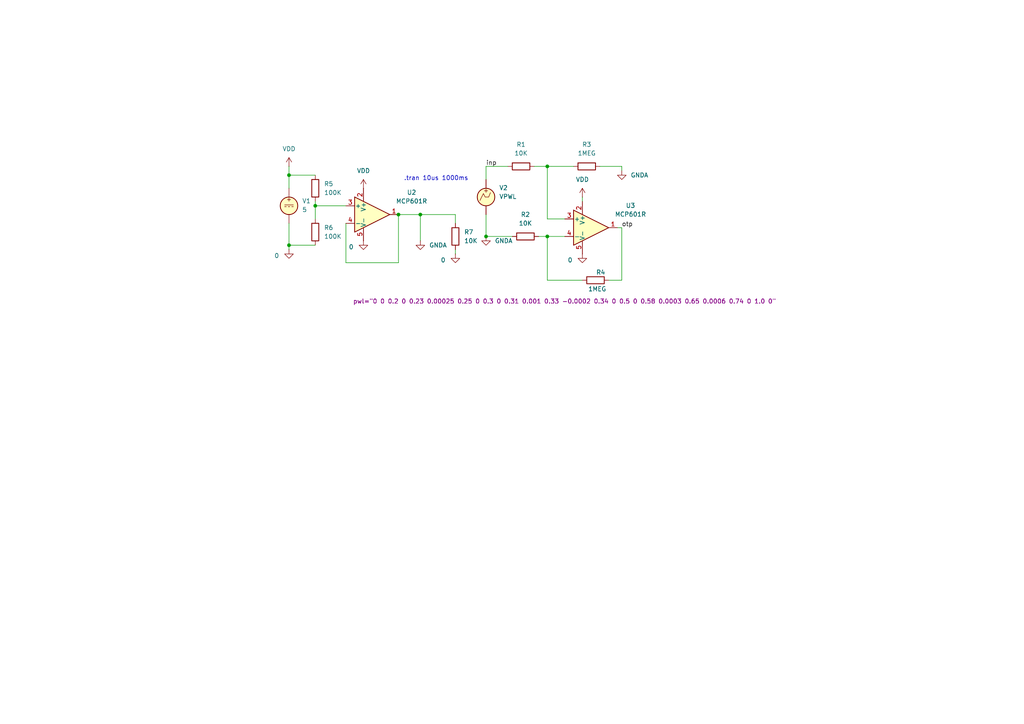
<source format=kicad_sch>
(kicad_sch (version 20250114) (generator "eeschema") (generator_version "9.0")
  (paper "A4")
  (lib_symbols
    (symbol "Amplifier_Operational:MCP601R" (pin_names (offset 0.127))
      (property "Reference" "U" (at 0 5.08 0))
      (property "Value" "MCP601R" (at 0 -5.08 0))
      (symbol "MCP601R_0_1"
        (polyline (pts (xy -5.08 5.08) (xy 5.08 0) (xy -5.08 -5.08) (xy -5.08 5.08)) (stroke (width 0.254)) (fill (type background)))
      )
      (symbol "MCP601R_1_1"
        (pin input line (at -7.62 2.54 0) (length 2.54) (name "+") (number "3"))
        (pin input line (at -7.62 -2.54 0) (length 2.54) (name "-") (number "4"))
        (pin power_in line (at -2.54 7.62 270) (length 3.81) (name "V+") (number "2"))
        (pin power_in line (at -2.54 -7.62 90) (length 3.81) (name "V-") (number "5"))
        (pin output line (at 7.62 0 180) (length 2.54) (name "~") (number "1"))
      )
    )
    (symbol "Device:R" (pin_numbers (hide yes)) (pin_names (offset 0))
      (property "Reference" "R" (at 2.032 0 90))
      (property "Value" "R" (at 0 0 90))
      (symbol "R_0_1"
        (rectangle (start -1.016 -2.54) (end 1.016 2.54) (stroke (width 0.254)))
      )
      (symbol "R_1_1"
        (pin passive line (at 0 3.81 270) (length 1.27) (name "~") (number "1"))
        (pin passive line (at 0 -3.81 90) (length 1.27) (name "~") (number "2"))
      )
    )
    (symbol "Simulation_SPICE:VDC" (pin_numbers (hide yes)) (pin_names (offset 0.0254))
      (property "Reference" "V" (at 2.54 2.54 0))
      (property "Value" "1" (at 2.54 0 0))
      (symbol "VDC_0_0"
        (polyline (pts (xy -1.27 0.254) (xy 1.27 0.254)))
        (polyline (pts (xy -0.762 -0.254) (xy -1.27 -0.254)))
        (polyline (pts (xy 0.254 -0.254) (xy -0.254 -0.254)))
        (polyline (pts (xy 1.27 -0.254) (xy 0.762 -0.254)))
        (text "+" (at 0 1.905 0) (effects (font (size 1.27 1.27))))
      )
      (symbol "VDC_0_1"
        (circle (center 0 0) (radius 2.54) (stroke (width 0.254)) (fill (type background)))
      )
      (symbol "VDC_1_1"
        (pin passive line (at 0 5.08 270) (length 2.54) (name "~") (number "1"))
        (pin passive line (at 0 -5.08 90) (length 2.54) (name "~") (number "2"))
      )
    )
    (symbol "Simulation_SPICE:VPWL" (pin_numbers (hide yes)) (pin_names (offset 0.0254))
      (property "Reference" "V" (at 2.54 2.54 0))
      (property "Value" "VPWL" (at 2.54 0 0))
      (property "Sim.Params" "pwl=\"0 -1 50n -1 51n 0 97n 1 171n -1 200n -1\"" (at 2.54 -2.54 0))
      (symbol "VPWL_0_0"
        (polyline (pts (xy -1.778 -1.016) (xy -0.762 1.016) (xy -0.254 0) (xy 0.762 0) (xy 1.27 1.27)))
        (text "+" (at 0 1.905 0) (effects (font (size 1.27 1.27))))
      )
      (symbol "VPWL_0_1"
        (circle (center 0 0) (radius 2.54) (stroke (width 0.254)) (fill (type background)))
      )
      (symbol "VPWL_1_1"
        (pin passive line (at 0 5.08 270) (length 2.54) (name "~") (number "1"))
        (pin passive line (at 0 -5.08 90) (length 2.54) (name "~") (number "2"))
      )
    )
    (symbol "power:GND" (power) (pin_numbers (hide yes)) (pin_names (offset 0) (hide yes))
      (property "Value" "GND" (at 0 -3.81 0))
      (symbol "GND_0_1"
        (polyline (pts (xy 0 0) (xy 0 -1.27) (xy 1.27 -1.27) (xy 0 -2.54) (xy -1.27 -1.27) (xy 0 -1.27)))
      )
      (symbol "GND_1_1"
        (pin power_in line (at 0 0 270) (length 0) (name "~") (number "1"))
      )
    )
    (symbol "power:VDD" (power) (pin_numbers (hide yes)) (pin_names (offset 0) (hide yes))
      (property "Value" "VDD" (at 0 3.556 0))
      (symbol "VDD_0_1"
        (polyline (pts (xy -0.762 1.27) (xy 0 2.54)))
        (polyline (pts (xy 0 2.54) (xy 0.762 1.27)))
        (polyline (pts (xy 0 0) (xy 0 2.54)))
      )
      (symbol "VDD_1_1"
        (pin power_in line (at 0 0 90) (length 0) (name "~") (number "1"))
      )
    )
  )
  (text ".tran 10us 1000ms" (at 126.492 51.816 0) (effects (font (size 1.27 1.27))))
  (junction (at 158.75 68.58))
  (junction (at 140.97 68.58))
  (junction (at 121.92 62.23))
  (junction (at 83.82 71.12))
  (junction (at 115.57 62.23))
  (junction (at 158.75 48.26))
  (junction (at 83.82 50.8))
  (junction (at 91.44 59.69))
  (wire (pts (xy 156.21 68.58) (xy 158.75 68.58)))
  (wire (pts (xy 91.44 71.12) (xy 83.82 71.12)))
  (wire (pts (xy 158.75 63.5) (xy 163.83 63.5)))
  (wire (pts (xy 83.82 50.8) (xy 83.82 48.26)))
  (wire (pts (xy 140.97 48.26) (xy 147.32 48.26)))
  (wire (pts (xy 158.75 48.26) (xy 166.37 48.26)))
  (wire (pts (xy 83.82 71.12) (xy 83.82 64.77)))
  (wire (pts (xy 140.97 62.23) (xy 140.97 68.58)))
  (wire (pts (xy 179.07 66.04) (xy 180.34 66.04)))
  (wire (pts (xy 83.82 72.39) (xy 83.82 71.12)))
  (wire (pts (xy 148.59 68.58) (xy 140.97 68.58)))
  (wire (pts (xy 158.75 68.58) (xy 163.83 68.58)))
  (wire (pts (xy 132.08 62.23) (xy 132.08 64.77)))
  (wire (pts (xy 158.75 48.26) (xy 158.75 63.5)))
  (wire (pts (xy 100.33 76.2) (xy 115.57 76.2)))
  (wire (pts (xy 168.91 57.15) (xy 168.91 58.42)))
  (wire (pts (xy 173.99 48.26) (xy 180.34 48.26)))
  (wire (pts (xy 158.75 68.58) (xy 158.75 81.28)))
  (wire (pts (xy 91.44 58.42) (xy 91.44 59.69)))
  (wire (pts (xy 115.57 62.23) (xy 121.92 62.23)))
  (wire (pts (xy 168.91 81.28) (xy 158.75 81.28)))
  (wire (pts (xy 91.44 59.69) (xy 100.33 59.69)))
  (wire (pts (xy 140.97 48.26) (xy 140.97 52.07)))
  (wire (pts (xy 83.82 50.8) (xy 83.82 54.61)))
  (wire (pts (xy 180.34 66.04) (xy 180.34 81.28)))
  (wire (pts (xy 132.08 72.39) (xy 132.08 73.66)))
  (wire (pts (xy 176.53 81.28) (xy 180.34 81.28)))
  (wire (pts (xy 91.44 59.69) (xy 91.44 63.5)))
  (wire (pts (xy 121.92 62.23) (xy 132.08 62.23)))
  (wire (pts (xy 91.44 50.8) (xy 83.82 50.8)))
  (wire (pts (xy 154.94 48.26) (xy 158.75 48.26)))
  (wire (pts (xy 100.33 64.77) (xy 100.33 76.2)))
  (wire (pts (xy 180.34 48.26) (xy 180.34 49.53)))
  (wire (pts (xy 115.57 62.23) (xy 115.57 76.2)))
  (wire (pts (xy 121.92 62.23) (xy 121.92 69.85)))
  (label "inp" (at 140.97 48.26 0))
  (label "otp" (at 180.34 66.04 0))
  (symbol (lib_id "power:GND") (at 140.97 68.58 0) (unit 1)
    (property "Reference" "#PWR02" (effects (hide yes)))
    (property "Value" "GNDA" (at 143.51 69.8499 0) (effects (justify left)))
    (property "Description" "Power symbol creates a global label with name \"GND\" , ground" (effects (hide yes)))
  )
  (symbol (lib_id "power:GND") (at 132.08 73.66 0) (unit 1)
    (property "Reference" "#PWR07" (effects (hide yes)))
    (property "Value" "0" (at 128.524 75.438 0))
    (property "Description" "Power symbol creates a global label with name \"GND\" , ground" (effects (hide yes)))
  )
  (symbol (lib_id "Device:R") (at 152.4 68.58 90) (unit 1)
    (property "Reference" "R2" (at 152.4 62.23 90))
    (property "Value" "10K" (at 152.4 64.77 90))
    (property "Description" "Resistor" (effects (hide yes)))
  )
  (symbol (lib_id "power:GND") (at 121.92 69.85 0) (unit 1)
    (property "Reference" "#PWR08" (effects (hide yes)))
    (property "Value" "GNDA" (at 124.46 71.1199 0) (effects (justify left)))
    (property "Description" "Power symbol creates a global label with name \"GND\" , ground" (effects (hide yes)))
  )
  (symbol (lib_id "Device:R") (at 172.72 81.28 90) (unit 1)
    (property "Reference" "R4" (at 174.244 78.994 90))
    (property "Value" "1MEG" (at 173.228 83.82 90))
    (property "Description" "Resistor" (effects (hide yes)))
  )
  (symbol (lib_id "power:GND") (at 105.41 69.85 0) (unit 1)
    (property "Reference" "#PWR06" (effects (hide yes)))
    (property "Value" "0" (at 101.854 71.628 0))
    (property "Description" "Power symbol creates a global label with name \"GND\" , ground" (effects (hide yes)))
  )
  (symbol (lib_id "Device:R") (at 91.44 54.61 0) (unit 1)
    (property "Reference" "R5" (at 93.98 53.3399 0) (effects (justify left)))
    (property "Value" "100K" (at 93.98 55.8799 0) (effects (justify left)))
    (property "Description" "Resistor" (effects (hide yes)))
  )
  (symbol (lib_id "Device:R") (at 132.08 68.58 0) (unit 1)
    (property "Reference" "R7" (at 134.62 67.3099 0) (effects (justify left)))
    (property "Value" "10K" (at 134.62 69.8499 0) (effects (justify left)))
    (property "Description" "Resistor" (effects (hide yes)))
  )
  (symbol (lib_id "Device:R") (at 91.44 67.31 0) (unit 1)
    (property "Reference" "R6" (at 93.98 66.0399 0) (effects (justify left)))
    (property "Value" "100K" (at 93.98 68.5799 0) (effects (justify left)))
    (property "Description" "Resistor" (effects (hide yes)))
  )
  (symbol (lib_id "power:GND") (at 83.82 72.39 0) (unit 1)
    (property "Reference" "#PWR01" (effects (hide yes)))
    (property "Value" "0" (at 80.264 74.168 0))
    (property "Description" "Power symbol creates a global label with name \"GND\" , ground" (effects (hide yes)))
  )
  (symbol (lib_id "power:VDD") (at 168.91 57.15 0) (unit 1)
    (property "Reference" "#PWR05" (effects (hide yes)))
    (property "Value" "VDD" (at 168.91 52.07 0))
    (property "Description" "Power symbol creates a global label with name \"VDD\"" (effects (hide yes)))
  )
  (symbol (lib_id "Device:R") (at 151.13 48.26 90) (unit 1)
    (property "Reference" "R1" (at 151.13 41.91 90))
    (property "Value" "10K" (at 151.13 44.45 90))
    (property "Description" "Resistor" (effects (hide yes)))
  )
  (symbol (lib_id "Amplifier_Operational:MCP601R") (at 171.45 66.04 0) (unit 1)
    (property "Reference" "U3" (at 182.88 59.6198 0))
    (property "Value" "MCP601R" (at 182.88 62.1598 0))
    (property "Footprint" "Package_TO_SOT_SMD:SOT-23-5" (effects (hide yes)))
    (property "Datasheet" "https://ww1.microchip.com/downloads/en/DeviceDoc/21314g.pdf" (effects (hide yes)))
    (property "Description" "Single 2.7V to 6.0V Single Supply CMOS Op Amps, SOT-23-5" (effects (hide yes)))
    (property "Sim.Library" "/home/pepika/work/faks/medicinska_elektronika/vezba1/MCP601_opamp.txt" (effects (hide yes)))
    (property "Sim.Name" "MCP601" (effects (hide yes)))
    (property "Sim.Device" "SUBCKT" (effects (hide yes)))
    (property "Sim.Pins" "1=5 2=3 3=1 4=2 5=4" (effects (hide yes)))
  )
  (symbol (lib_id "Device:R") (at 170.18 48.26 90) (unit 1)
    (property "Reference" "R3" (at 170.18 41.91 90))
    (property "Value" "1MEG" (at 170.18 44.45 90))
    (property "Description" "Resistor" (effects (hide yes)))
  )
  (symbol (lib_id "power:GND") (at 180.34 49.53 0) (unit 1)
    (property "Reference" "#PWR04" (effects (hide yes)))
    (property "Value" "GNDA" (at 182.88 50.7999 0) (effects (justify left)))
    (property "Description" "Power symbol creates a global label with name \"GND\" , ground" (effects (hide yes)))
  )
  (symbol (lib_id "power:VDD") (at 105.41 54.61 0) (unit 1)
    (property "Reference" "#PWR010" (effects (hide yes)))
    (property "Value" "VDD" (at 105.41 49.53 0))
    (property "Description" "Power symbol creates a global label with name \"VDD\"" (effects (hide yes)))
  )
  (symbol (lib_id "power:VDD") (at 83.82 48.26 0) (unit 1)
    (property "Reference" "#PWR09" (effects (hide yes)))
    (property "Value" "VDD" (at 83.82 43.18 0))
    (property "Description" "Power symbol creates a global label with name \"VDD\"" (effects (hide yes)))
  )
  (symbol (lib_id "Simulation_SPICE:VPWL") (at 140.97 57.15 0) (unit 1)
    (property "Reference" "V2" (at 144.78 54.4801 0) (effects (justify left)))
    (property "Value" "VPWL" (at 144.78 57.0201 0) (effects (justify left)))
    (property "Datasheet" "https://ngspice.sourceforge.io/docs/ngspice-html-manual/manual.xhtml#sec_Independent_Sources_for" (effects (hide yes)))
    (property "Description" "Voltage source, piece-wise linear" (effects (hide yes)))
    (property "Sim.Pins" "1=+ 2=-" (effects (hide yes)))
    (property "Sim.Device" "V" (effects (hide yes)))
    (property "Sim.Params" "pwl=\"0 0 0.2 0 0.23 0.00025 0.25 0 0.3 0 0.31 0.001 0.33 -0.0002 0.34 0 0.5 0 0.58 0.0003 0.65 0.0006 0.74 0 1.0 0\"" (at 102.362 87.376 0) (effects (justify left)))
    (property "Sim.Type" "PWL" (effects (hide yes)))
  )
  (symbol (lib_id "Amplifier_Operational:MCP601R") (at 107.95 62.23 0) (unit 1)
    (property "Reference" "U2" (at 119.38 55.8098 0))
    (property "Value" "MCP601R" (at 119.38 58.3498 0))
    (property "Footprint" "Package_TO_SOT_SMD:SOT-23-5" (effects (hide yes)))
    (property "Datasheet" "https://ww1.microchip.com/downloads/en/DeviceDoc/21314g.pdf" (effects (hide yes)))
    (property "Description" "Single 2.7V to 6.0V Single Supply CMOS Op Amps, SOT-23-5" (effects (hide yes)))
    (property "Sim.Library" "/home/pepika/work/faks/medicinska_elektronika/vezba1/MCP601_opamp.txt" (effects (hide yes)))
    (property "Sim.Name" "MCP601" (effects (hide yes)))
    (property "Sim.Device" "SUBCKT" (effects (hide yes)))
    (property "Sim.Pins" "1=5 2=3 3=1 4=2 5=4" (effects (hide yes)))
  )
  (symbol (lib_id "Simulation_SPICE:VDC") (at 83.82 59.69 0) (unit 1)
    (property "Reference" "V1" (at 87.63 58.2901 0) (effects (justify left)))
    (property "Value" "5" (at 87.63 60.8301 0) (effects (justify left)))
    (property "Datasheet" "https://ngspice.sourceforge.io/docs/ngspice-html-manual/manual.xhtml#sec_Independent_Sources_for" (effects (hide yes)))
    (property "Description" "Voltage source, DC" (effects (hide yes)))
    (property "Sim.Pins" "1=+ 2=-" (effects (hide yes)))
    (property "Sim.Type" "DC" (effects (hide yes)))
    (property "Sim.Device" "V" (effects (hide yes)))
  )
  (symbol (lib_id "power:GND") (at 168.91 73.66 0) (unit 1)
    (property "Reference" "#PWR03" (effects (hide yes)))
    (property "Value" "0" (at 165.354 75.438 0))
    (property "Description" "Power symbol creates a global label with name \"GND\" , ground" (effects (hide yes)))
  )
)
</source>
